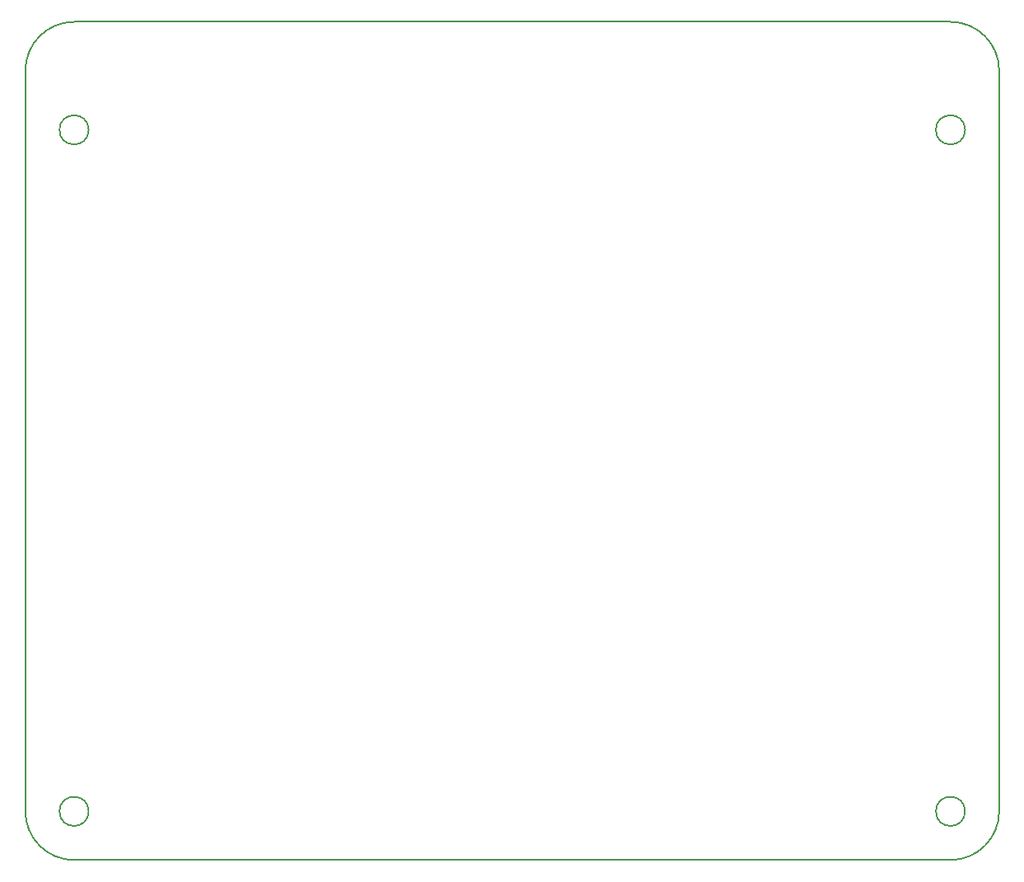
<source format=gbr>
%TF.GenerationSoftware,KiCad,Pcbnew,(5.1.10)-1*%
%TF.CreationDate,2021-11-09T22:17:37+09:00*%
%TF.ProjectId,Heracles.main,48657261-636c-4657-932e-6d61696e2e6b,rev?*%
%TF.SameCoordinates,Original*%
%TF.FileFunction,Profile,NP*%
%FSLAX46Y46*%
G04 Gerber Fmt 4.6, Leading zero omitted, Abs format (unit mm)*
G04 Created by KiCad (PCBNEW (5.1.10)-1) date 2021-11-09 22:17:37*
%MOMM*%
%LPD*%
G01*
G04 APERTURE LIST*
%TA.AperFunction,Profile*%
%ADD10C,0.200000*%
%TD*%
G04 APERTURE END LIST*
D10*
X188444000Y-67054402D02*
G75*
G03*
X188444000Y-67054402I-1500000J0D01*
G01*
X96944001Y-142054401D02*
G75*
G02*
X91944001Y-137054401I0J5000000D01*
G01*
X191944000Y-60960000D02*
X191944000Y-137054401D01*
X186944000Y-142054401D02*
X96944001Y-142054401D01*
X191944000Y-137054401D02*
G75*
G02*
X186944000Y-142054401I-5000000J0D01*
G01*
X188444000Y-137054401D02*
G75*
G03*
X188444000Y-137054401I-1500000J0D01*
G01*
X96944000Y-55960000D02*
X186944000Y-55960000D01*
X91944001Y-137054401D02*
X91944000Y-60960000D01*
X91944001Y-60960001D02*
G75*
G02*
X96944000Y-55960000I5000000J1D01*
G01*
X98444001Y-67054402D02*
G75*
G03*
X98444001Y-67054402I-1500000J0D01*
G01*
X98444001Y-137054401D02*
G75*
G03*
X98444001Y-137054401I-1500000J0D01*
G01*
X186944000Y-55960000D02*
G75*
G02*
X191944000Y-60960000I0J-5000000D01*
G01*
M02*

</source>
